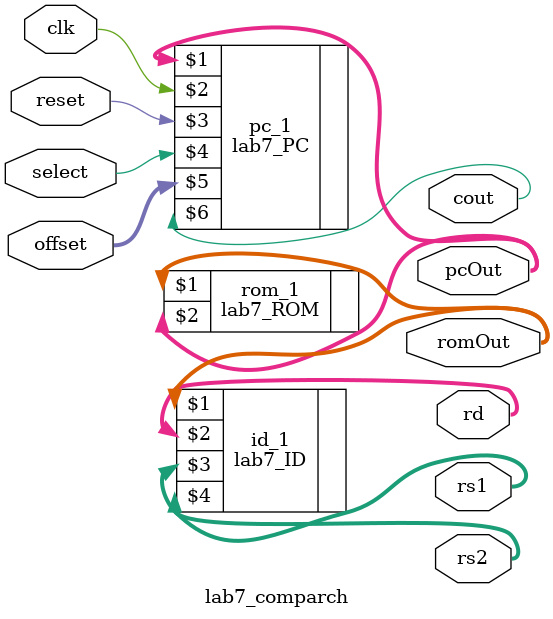
<source format=v>
module lab7_comparch( pcOut, clk, reset, select, romOut, rd, rs1, rs2, offset, cout);
	input clk;
	input reset;
	input select;
	
	output [31:0] romOut;
	
	output [4:0] rd;
	output [4:0] rs1;
	output [4:0] rs2;
	
	input [7:0] offset;
	output [7:0] pcOut;
	output cout;
	

	lab7_PC pc_1 (pcOut, clk, reset, select,offset, cout);
	lab7_ROM rom_1 (romOut, pcOut);
	lab7_ID id_1 (romOut, rd, rs1, rs2);

endmodule

</source>
